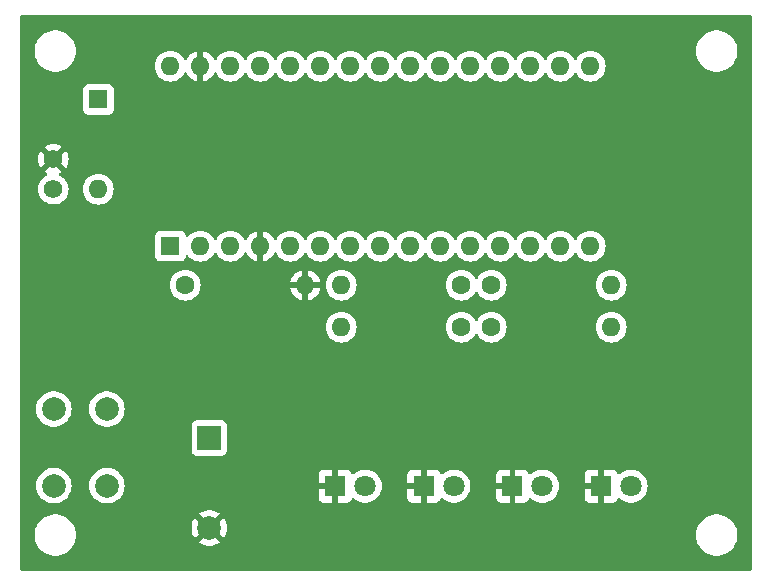
<source format=gbr>
%TF.GenerationSoftware,KiCad,Pcbnew,7.0.1*%
%TF.CreationDate,2024-11-28T00:40:51-08:00*%
%TF.ProjectId,puzzle_room,70757a7a-6c65-45f7-926f-6f6d2e6b6963,rev?*%
%TF.SameCoordinates,Original*%
%TF.FileFunction,Copper,L2,Bot*%
%TF.FilePolarity,Positive*%
%FSLAX46Y46*%
G04 Gerber Fmt 4.6, Leading zero omitted, Abs format (unit mm)*
G04 Created by KiCad (PCBNEW 7.0.1) date 2024-11-28 00:40:51*
%MOMM*%
%LPD*%
G01*
G04 APERTURE LIST*
%TA.AperFunction,ComponentPad*%
%ADD10R,2.000000X2.000000*%
%TD*%
%TA.AperFunction,ComponentPad*%
%ADD11C,2.000000*%
%TD*%
%TA.AperFunction,ComponentPad*%
%ADD12C,1.600000*%
%TD*%
%TA.AperFunction,ComponentPad*%
%ADD13O,1.600000X1.600000*%
%TD*%
%TA.AperFunction,ComponentPad*%
%ADD14C,1.574800*%
%TD*%
%TA.AperFunction,ComponentPad*%
%ADD15R,1.800000X1.800000*%
%TD*%
%TA.AperFunction,ComponentPad*%
%ADD16C,1.800000*%
%TD*%
%TA.AperFunction,ComponentPad*%
%ADD17R,1.600000X1.600000*%
%TD*%
%TA.AperFunction,Conductor*%
%ADD18C,0.250000*%
%TD*%
G04 APERTURE END LIST*
D10*
%TO.P,BZ1,1,-*%
%TO.N,Speaker*%
X129540000Y-66284000D03*
D11*
%TO.P,BZ1,2,+*%
%TO.N,GND*%
X129540000Y-73884000D03*
%TD*%
D12*
%TO.P,R5,1*%
%TO.N,Green*%
X153416000Y-56886000D03*
D13*
%TO.P,R5,2*%
%TO.N,Net-(D4-A)*%
X163576000Y-56886000D03*
%TD*%
D14*
%TO.P,J1,1,1*%
%TO.N,9v_in*%
X116332000Y-45212000D03*
%TO.P,J1,2,2*%
%TO.N,GND*%
X116332000Y-42672000D03*
%TD*%
D15*
%TO.P,D4,1,K*%
%TO.N,GND*%
X162708000Y-70348000D03*
D16*
%TO.P,D4,2,A*%
%TO.N,Net-(D4-A)*%
X165248000Y-70348000D03*
%TD*%
D12*
%TO.P,R1,1*%
%TO.N,button*%
X127508000Y-53330000D03*
D13*
%TO.P,R1,2*%
%TO.N,GND*%
X137668000Y-53330000D03*
%TD*%
D15*
%TO.P,D3,1,K*%
%TO.N,GND*%
X155208000Y-70348000D03*
D16*
%TO.P,D3,2,A*%
%TO.N,Net-(D3-A)*%
X157748000Y-70348000D03*
%TD*%
D15*
%TO.P,D2,1,K*%
%TO.N,GND*%
X147708000Y-70348000D03*
D16*
%TO.P,D2,2,A*%
%TO.N,Net-(D2-A)*%
X150248000Y-70348000D03*
%TD*%
D12*
%TO.P,R3,1*%
%TO.N,Red1*%
X150876000Y-56886000D03*
D13*
%TO.P,R3,2*%
%TO.N,Net-(D2-A)*%
X140716000Y-56886000D03*
%TD*%
D11*
%TO.P,SW1,1,1*%
%TO.N,+5V*%
X116368000Y-70306000D03*
X116368000Y-63806000D03*
%TO.P,SW1,2,2*%
%TO.N,button*%
X120868000Y-70306000D03*
X120868000Y-63806000D03*
%TD*%
D12*
%TO.P,R4,1*%
%TO.N,Yellow*%
X153416000Y-53330000D03*
D13*
%TO.P,R4,2*%
%TO.N,Net-(D3-A)*%
X163576000Y-53330000D03*
%TD*%
D17*
%TO.P,D5,1,K*%
%TO.N,Net-(A1-VIN)*%
X120142000Y-37592000D03*
D13*
%TO.P,D5,2,A*%
%TO.N,9v_in*%
X120142000Y-45212000D03*
%TD*%
D17*
%TO.P,A1,1,D1/TX*%
%TO.N,unconnected-(A1-D1{slash}TX-Pad1)*%
X126238000Y-50028000D03*
D13*
%TO.P,A1,2,D0/RX*%
%TO.N,unconnected-(A1-D0{slash}RX-Pad2)*%
X128778000Y-50028000D03*
%TO.P,A1,3,~{RESET}*%
%TO.N,unconnected-(A1-~{RESET}-Pad3)*%
X131318000Y-50028000D03*
%TO.P,A1,4,GND*%
%TO.N,GND*%
X133858000Y-50028000D03*
%TO.P,A1,5,D2*%
%TO.N,button*%
X136398000Y-50028000D03*
%TO.P,A1,6,D3*%
%TO.N,unconnected-(A1-D3-Pad6)*%
X138938000Y-50028000D03*
%TO.P,A1,7,D4*%
%TO.N,unconnected-(A1-D4-Pad7)*%
X141478000Y-50028000D03*
%TO.P,A1,8,D5*%
%TO.N,Speaker*%
X144018000Y-50028000D03*
%TO.P,A1,9,D6*%
%TO.N,unconnected-(A1-D6-Pad9)*%
X146558000Y-50028000D03*
%TO.P,A1,10,D7*%
%TO.N,unconnected-(A1-D7-Pad10)*%
X149098000Y-50028000D03*
%TO.P,A1,11,D8*%
%TO.N,unconnected-(A1-D8-Pad11)*%
X151638000Y-50028000D03*
%TO.P,A1,12,D9*%
%TO.N,Red2*%
X154178000Y-50028000D03*
%TO.P,A1,13,D10*%
%TO.N,Red1*%
X156718000Y-50028000D03*
%TO.P,A1,14,D11*%
%TO.N,Yellow*%
X159258000Y-50028000D03*
%TO.P,A1,15,D12*%
%TO.N,Green*%
X161798000Y-50028000D03*
%TO.P,A1,16,D13*%
%TO.N,unconnected-(A1-D13-Pad16)*%
X161798000Y-34788000D03*
%TO.P,A1,17,3V3*%
%TO.N,unconnected-(A1-3V3-Pad17)*%
X159258000Y-34788000D03*
%TO.P,A1,18,AREF*%
%TO.N,unconnected-(A1-AREF-Pad18)*%
X156718000Y-34788000D03*
%TO.P,A1,19,A0*%
%TO.N,unconnected-(A1-A0-Pad19)*%
X154178000Y-34788000D03*
%TO.P,A1,20,A1*%
%TO.N,unconnected-(A1-A1-Pad20)*%
X151638000Y-34788000D03*
%TO.P,A1,21,A2*%
%TO.N,unconnected-(A1-A2-Pad21)*%
X149098000Y-34788000D03*
%TO.P,A1,22,A3*%
%TO.N,unconnected-(A1-A3-Pad22)*%
X146558000Y-34788000D03*
%TO.P,A1,23,A4*%
%TO.N,unconnected-(A1-A4-Pad23)*%
X144018000Y-34788000D03*
%TO.P,A1,24,A5*%
%TO.N,unconnected-(A1-A5-Pad24)*%
X141478000Y-34788000D03*
%TO.P,A1,25,A6*%
%TO.N,unconnected-(A1-A6-Pad25)*%
X138938000Y-34788000D03*
%TO.P,A1,26,A7*%
%TO.N,unconnected-(A1-A7-Pad26)*%
X136398000Y-34788000D03*
%TO.P,A1,27,+5V*%
%TO.N,+5V*%
X133858000Y-34788000D03*
%TO.P,A1,28,~{RESET}*%
%TO.N,unconnected-(A1-~{RESET}-Pad28)*%
X131318000Y-34788000D03*
%TO.P,A1,29,GND*%
%TO.N,GND*%
X128778000Y-34788000D03*
%TO.P,A1,30,VIN*%
%TO.N,Net-(A1-VIN)*%
X126238000Y-34788000D03*
%TD*%
D12*
%TO.P,R2,1*%
%TO.N,Red2*%
X150876000Y-53330000D03*
D13*
%TO.P,R2,2*%
%TO.N,Net-(D1-A)*%
X140716000Y-53330000D03*
%TD*%
D15*
%TO.P,D1,1,K*%
%TO.N,GND*%
X140208000Y-70348000D03*
D16*
%TO.P,D1,2,A*%
%TO.N,Net-(D1-A)*%
X142748000Y-70348000D03*
%TD*%
D18*
%TO.N,GND*%
X134366000Y-50028000D02*
X133858000Y-50028000D01*
%TD*%
%TA.AperFunction,Conductor*%
%TO.N,GND*%
G36*
X175437500Y-30517113D02*
G01*
X175482887Y-30562500D01*
X175499500Y-30624500D01*
X175499500Y-77375500D01*
X175482887Y-77437500D01*
X175437500Y-77482887D01*
X175375500Y-77499500D01*
X113624500Y-77499500D01*
X113562500Y-77482887D01*
X113517113Y-77437500D01*
X113500500Y-77375500D01*
X113500500Y-74499999D01*
X114744591Y-74499999D01*
X114764197Y-74761627D01*
X114822580Y-75017418D01*
X114872281Y-75144053D01*
X114918432Y-75261643D01*
X115049614Y-75488857D01*
X115213195Y-75693981D01*
X115213197Y-75693983D01*
X115213198Y-75693984D01*
X115405514Y-75872428D01*
X115405520Y-75872432D01*
X115405521Y-75872433D01*
X115622296Y-76020228D01*
X115858677Y-76134063D01*
X116109385Y-76211396D01*
X116368818Y-76250500D01*
X116631182Y-76250500D01*
X116890615Y-76211396D01*
X117141323Y-76134063D01*
X117377704Y-76020228D01*
X117594479Y-75872433D01*
X117594482Y-75872429D01*
X117594485Y-75872428D01*
X117679792Y-75793273D01*
X117786805Y-75693981D01*
X117950386Y-75488857D01*
X118081568Y-75261643D01*
X118142021Y-75107610D01*
X128669942Y-75107610D01*
X128716766Y-75144055D01*
X128935393Y-75262368D01*
X129170506Y-75343083D01*
X129415707Y-75384000D01*
X129664293Y-75384000D01*
X129909493Y-75343083D01*
X130144606Y-75262368D01*
X130363233Y-75144053D01*
X130410056Y-75107609D01*
X129540000Y-74237553D01*
X128669942Y-75107609D01*
X128669942Y-75107610D01*
X118142021Y-75107610D01*
X118177420Y-75017416D01*
X118235802Y-74761630D01*
X118255408Y-74500000D01*
X118235802Y-74238370D01*
X118177420Y-73982584D01*
X118138729Y-73884000D01*
X128034858Y-73884000D01*
X128055386Y-74131732D01*
X128116413Y-74372721D01*
X128216268Y-74600370D01*
X128316563Y-74753882D01*
X128316564Y-74753882D01*
X129186447Y-73884001D01*
X129893553Y-73884001D01*
X130763434Y-74753882D01*
X130863730Y-74600369D01*
X130907757Y-74499999D01*
X170744591Y-74499999D01*
X170764197Y-74761627D01*
X170822580Y-75017418D01*
X170872281Y-75144053D01*
X170918432Y-75261643D01*
X171049614Y-75488857D01*
X171213195Y-75693981D01*
X171213197Y-75693983D01*
X171213198Y-75693984D01*
X171405514Y-75872428D01*
X171405520Y-75872432D01*
X171405521Y-75872433D01*
X171622296Y-76020228D01*
X171858677Y-76134063D01*
X172109385Y-76211396D01*
X172368818Y-76250500D01*
X172631182Y-76250500D01*
X172890615Y-76211396D01*
X173141323Y-76134063D01*
X173377704Y-76020228D01*
X173594479Y-75872433D01*
X173594482Y-75872429D01*
X173594485Y-75872428D01*
X173679792Y-75793273D01*
X173786805Y-75693981D01*
X173950386Y-75488857D01*
X174081568Y-75261643D01*
X174177420Y-75017416D01*
X174235802Y-74761630D01*
X174255408Y-74500000D01*
X174235802Y-74238370D01*
X174177420Y-73982584D01*
X174081568Y-73738357D01*
X173950386Y-73511143D01*
X173786805Y-73306019D01*
X173786801Y-73306015D01*
X173594485Y-73127571D01*
X173577170Y-73115766D01*
X173377704Y-72979772D01*
X173141323Y-72865937D01*
X172890615Y-72788604D01*
X172631182Y-72749500D01*
X172368818Y-72749500D01*
X172109385Y-72788604D01*
X171858677Y-72865937D01*
X171622296Y-72979772D01*
X171614791Y-72984889D01*
X171405514Y-73127571D01*
X171213198Y-73306015D01*
X171049613Y-73511143D01*
X170918431Y-73738358D01*
X170822580Y-73982581D01*
X170764197Y-74238372D01*
X170744591Y-74499999D01*
X130907757Y-74499999D01*
X130963586Y-74372721D01*
X131024613Y-74131732D01*
X131045141Y-73884000D01*
X131024613Y-73636267D01*
X130963586Y-73395278D01*
X130863730Y-73167630D01*
X130763434Y-73014116D01*
X129893553Y-73884000D01*
X129893553Y-73884001D01*
X129186447Y-73884001D01*
X129186447Y-73884000D01*
X128316564Y-73014116D01*
X128216266Y-73167634D01*
X128116413Y-73395278D01*
X128055386Y-73636267D01*
X128034858Y-73884000D01*
X118138729Y-73884000D01*
X118081568Y-73738357D01*
X117950386Y-73511143D01*
X117786805Y-73306019D01*
X117786801Y-73306015D01*
X117594485Y-73127571D01*
X117577170Y-73115766D01*
X117377704Y-72979772D01*
X117141323Y-72865937D01*
X116890615Y-72788604D01*
X116631182Y-72749500D01*
X116368818Y-72749500D01*
X116109385Y-72788604D01*
X115858677Y-72865937D01*
X115622296Y-72979772D01*
X115614791Y-72984889D01*
X115405514Y-73127571D01*
X115213198Y-73306015D01*
X115049613Y-73511143D01*
X114918431Y-73738358D01*
X114822580Y-73982581D01*
X114764197Y-74238372D01*
X114744591Y-74499999D01*
X113500500Y-74499999D01*
X113500500Y-72660390D01*
X128669942Y-72660390D01*
X129540000Y-73530447D01*
X129540001Y-73530447D01*
X130410057Y-72660390D01*
X130410056Y-72660388D01*
X130363235Y-72623947D01*
X130144606Y-72505631D01*
X129909493Y-72424916D01*
X129664293Y-72384000D01*
X129415707Y-72384000D01*
X129170506Y-72424916D01*
X128935393Y-72505631D01*
X128716764Y-72623946D01*
X128669942Y-72660388D01*
X128669942Y-72660390D01*
X113500500Y-72660390D01*
X113500500Y-70306000D01*
X114862356Y-70306000D01*
X114882891Y-70553816D01*
X114882891Y-70553819D01*
X114882892Y-70553821D01*
X114943937Y-70794881D01*
X114948069Y-70804300D01*
X115043825Y-71022604D01*
X115043827Y-71022607D01*
X115179836Y-71230785D01*
X115348256Y-71413738D01*
X115348259Y-71413740D01*
X115544485Y-71566470D01*
X115544487Y-71566471D01*
X115544491Y-71566474D01*
X115763190Y-71684828D01*
X115998386Y-71765571D01*
X116243665Y-71806500D01*
X116492335Y-71806500D01*
X116737614Y-71765571D01*
X116972810Y-71684828D01*
X117191509Y-71566474D01*
X117387744Y-71413738D01*
X117556164Y-71230785D01*
X117692173Y-71022607D01*
X117792063Y-70794881D01*
X117853108Y-70553821D01*
X117873643Y-70306000D01*
X119362356Y-70306000D01*
X119382891Y-70553816D01*
X119382891Y-70553819D01*
X119382892Y-70553821D01*
X119443937Y-70794881D01*
X119448069Y-70804300D01*
X119543825Y-71022604D01*
X119543827Y-71022607D01*
X119679836Y-71230785D01*
X119848256Y-71413738D01*
X119848259Y-71413740D01*
X120044485Y-71566470D01*
X120044487Y-71566471D01*
X120044491Y-71566474D01*
X120263190Y-71684828D01*
X120498386Y-71765571D01*
X120743665Y-71806500D01*
X120992335Y-71806500D01*
X121237614Y-71765571D01*
X121472810Y-71684828D01*
X121691509Y-71566474D01*
X121887744Y-71413738D01*
X122056164Y-71230785D01*
X122192173Y-71022607D01*
X122292063Y-70794881D01*
X122341920Y-70598000D01*
X138808000Y-70598000D01*
X138808000Y-71295824D01*
X138814402Y-71355375D01*
X138864647Y-71490089D01*
X138950811Y-71605188D01*
X139065910Y-71691352D01*
X139200624Y-71741597D01*
X139260176Y-71748000D01*
X139958000Y-71748000D01*
X140458000Y-71748000D01*
X141155824Y-71748000D01*
X141215375Y-71741597D01*
X141350089Y-71691352D01*
X141465188Y-71605188D01*
X141551352Y-71490088D01*
X141580075Y-71413080D01*
X141616027Y-71361866D01*
X141672409Y-71334728D01*
X141734864Y-71338576D01*
X141787487Y-71372431D01*
X141796212Y-71381910D01*
X141796215Y-71381912D01*
X141796216Y-71381913D01*
X141979374Y-71524470D01*
X142183497Y-71634936D01*
X142293257Y-71672616D01*
X142403015Y-71710297D01*
X142403017Y-71710297D01*
X142403019Y-71710298D01*
X142631951Y-71748500D01*
X142864048Y-71748500D01*
X142864049Y-71748500D01*
X143092981Y-71710298D01*
X143312503Y-71634936D01*
X143516626Y-71524470D01*
X143699784Y-71381913D01*
X143856979Y-71211153D01*
X143983924Y-71016849D01*
X144077157Y-70804300D01*
X144129400Y-70598000D01*
X146308000Y-70598000D01*
X146308000Y-71295824D01*
X146314402Y-71355375D01*
X146364647Y-71490089D01*
X146450811Y-71605188D01*
X146565910Y-71691352D01*
X146700624Y-71741597D01*
X146760176Y-71748000D01*
X147458000Y-71748000D01*
X147958000Y-71748000D01*
X148655824Y-71748000D01*
X148715375Y-71741597D01*
X148850089Y-71691352D01*
X148965188Y-71605188D01*
X149051352Y-71490088D01*
X149080075Y-71413080D01*
X149116027Y-71361866D01*
X149172409Y-71334728D01*
X149234864Y-71338576D01*
X149287487Y-71372431D01*
X149296212Y-71381910D01*
X149296215Y-71381912D01*
X149296216Y-71381913D01*
X149479374Y-71524470D01*
X149683497Y-71634936D01*
X149793257Y-71672616D01*
X149903015Y-71710297D01*
X149903017Y-71710297D01*
X149903019Y-71710298D01*
X150131951Y-71748500D01*
X150364048Y-71748500D01*
X150364049Y-71748500D01*
X150592981Y-71710298D01*
X150812503Y-71634936D01*
X151016626Y-71524470D01*
X151199784Y-71381913D01*
X151356979Y-71211153D01*
X151483924Y-71016849D01*
X151577157Y-70804300D01*
X151629400Y-70598000D01*
X153808000Y-70598000D01*
X153808000Y-71295824D01*
X153814402Y-71355375D01*
X153864647Y-71490089D01*
X153950811Y-71605188D01*
X154065910Y-71691352D01*
X154200624Y-71741597D01*
X154260176Y-71748000D01*
X154958000Y-71748000D01*
X155458000Y-71748000D01*
X156155824Y-71748000D01*
X156215375Y-71741597D01*
X156350089Y-71691352D01*
X156465188Y-71605188D01*
X156551352Y-71490088D01*
X156580075Y-71413080D01*
X156616027Y-71361866D01*
X156672409Y-71334728D01*
X156734864Y-71338576D01*
X156787487Y-71372431D01*
X156796212Y-71381910D01*
X156796215Y-71381912D01*
X156796216Y-71381913D01*
X156979374Y-71524470D01*
X157183497Y-71634936D01*
X157293257Y-71672616D01*
X157403015Y-71710297D01*
X157403017Y-71710297D01*
X157403019Y-71710298D01*
X157631951Y-71748500D01*
X157864048Y-71748500D01*
X157864049Y-71748500D01*
X158092981Y-71710298D01*
X158312503Y-71634936D01*
X158516626Y-71524470D01*
X158699784Y-71381913D01*
X158856979Y-71211153D01*
X158983924Y-71016849D01*
X159077157Y-70804300D01*
X159129400Y-70598000D01*
X161308000Y-70598000D01*
X161308000Y-71295824D01*
X161314402Y-71355375D01*
X161364647Y-71490089D01*
X161450811Y-71605188D01*
X161565910Y-71691352D01*
X161700624Y-71741597D01*
X161760176Y-71748000D01*
X162458000Y-71748000D01*
X162958000Y-71748000D01*
X163655824Y-71748000D01*
X163715375Y-71741597D01*
X163850089Y-71691352D01*
X163965188Y-71605188D01*
X164051352Y-71490088D01*
X164080075Y-71413080D01*
X164116027Y-71361866D01*
X164172409Y-71334728D01*
X164234864Y-71338576D01*
X164287487Y-71372431D01*
X164296212Y-71381910D01*
X164296215Y-71381912D01*
X164296216Y-71381913D01*
X164479374Y-71524470D01*
X164683497Y-71634936D01*
X164793257Y-71672616D01*
X164903015Y-71710297D01*
X164903017Y-71710297D01*
X164903019Y-71710298D01*
X165131951Y-71748500D01*
X165364048Y-71748500D01*
X165364049Y-71748500D01*
X165592981Y-71710298D01*
X165812503Y-71634936D01*
X166016626Y-71524470D01*
X166199784Y-71381913D01*
X166356979Y-71211153D01*
X166483924Y-71016849D01*
X166577157Y-70804300D01*
X166634134Y-70579305D01*
X166653300Y-70348000D01*
X166634134Y-70116695D01*
X166577157Y-69891700D01*
X166483924Y-69679151D01*
X166356979Y-69484847D01*
X166199784Y-69314087D01*
X166016626Y-69171530D01*
X165812503Y-69061064D01*
X165812499Y-69061062D01*
X165812498Y-69061062D01*
X165592984Y-68985702D01*
X165405410Y-68954402D01*
X165364049Y-68947500D01*
X165131951Y-68947500D01*
X165090590Y-68954402D01*
X164903015Y-68985702D01*
X164683501Y-69061062D01*
X164683497Y-69061063D01*
X164683497Y-69061064D01*
X164547415Y-69134707D01*
X164479372Y-69171531D01*
X164296214Y-69314088D01*
X164287485Y-69323571D01*
X164234861Y-69357424D01*
X164172407Y-69361271D01*
X164116026Y-69334133D01*
X164080075Y-69282919D01*
X164051352Y-69205911D01*
X163965188Y-69090811D01*
X163850089Y-69004647D01*
X163715375Y-68954402D01*
X163655824Y-68948000D01*
X162958000Y-68948000D01*
X162958000Y-71748000D01*
X162458000Y-71748000D01*
X162458000Y-70598000D01*
X161308000Y-70598000D01*
X159129400Y-70598000D01*
X159134134Y-70579305D01*
X159153300Y-70348000D01*
X159134134Y-70116695D01*
X159129400Y-70098000D01*
X161308000Y-70098000D01*
X162458000Y-70098000D01*
X162458000Y-68948000D01*
X161760176Y-68948000D01*
X161700624Y-68954402D01*
X161565910Y-69004647D01*
X161450811Y-69090811D01*
X161364647Y-69205910D01*
X161314402Y-69340624D01*
X161308000Y-69400176D01*
X161308000Y-70098000D01*
X159129400Y-70098000D01*
X159077157Y-69891700D01*
X158983924Y-69679151D01*
X158856979Y-69484847D01*
X158699784Y-69314087D01*
X158516626Y-69171530D01*
X158312503Y-69061064D01*
X158312499Y-69061062D01*
X158312498Y-69061062D01*
X158092984Y-68985702D01*
X157905410Y-68954402D01*
X157864049Y-68947500D01*
X157631951Y-68947500D01*
X157590590Y-68954402D01*
X157403015Y-68985702D01*
X157183501Y-69061062D01*
X157183497Y-69061063D01*
X157183497Y-69061064D01*
X157047415Y-69134707D01*
X156979372Y-69171531D01*
X156796214Y-69314088D01*
X156787485Y-69323571D01*
X156734861Y-69357424D01*
X156672407Y-69361271D01*
X156616026Y-69334133D01*
X156580075Y-69282919D01*
X156551352Y-69205911D01*
X156465188Y-69090811D01*
X156350089Y-69004647D01*
X156215375Y-68954402D01*
X156155824Y-68948000D01*
X155458000Y-68948000D01*
X155458000Y-71748000D01*
X154958000Y-71748000D01*
X154958000Y-70598000D01*
X153808000Y-70598000D01*
X151629400Y-70598000D01*
X151634134Y-70579305D01*
X151653300Y-70348000D01*
X151634134Y-70116695D01*
X151629400Y-70098000D01*
X153808000Y-70098000D01*
X154958000Y-70098000D01*
X154958000Y-68948000D01*
X154260176Y-68948000D01*
X154200624Y-68954402D01*
X154065910Y-69004647D01*
X153950811Y-69090811D01*
X153864647Y-69205910D01*
X153814402Y-69340624D01*
X153808000Y-69400176D01*
X153808000Y-70098000D01*
X151629400Y-70098000D01*
X151577157Y-69891700D01*
X151483924Y-69679151D01*
X151356979Y-69484847D01*
X151199784Y-69314087D01*
X151016626Y-69171530D01*
X150812503Y-69061064D01*
X150812499Y-69061062D01*
X150812498Y-69061062D01*
X150592984Y-68985702D01*
X150405410Y-68954402D01*
X150364049Y-68947500D01*
X150131951Y-68947500D01*
X150090590Y-68954402D01*
X149903015Y-68985702D01*
X149683501Y-69061062D01*
X149683497Y-69061063D01*
X149683497Y-69061064D01*
X149547415Y-69134707D01*
X149479372Y-69171531D01*
X149296214Y-69314088D01*
X149287485Y-69323571D01*
X149234861Y-69357424D01*
X149172407Y-69361271D01*
X149116026Y-69334133D01*
X149080075Y-69282919D01*
X149051352Y-69205911D01*
X148965188Y-69090811D01*
X148850089Y-69004647D01*
X148715375Y-68954402D01*
X148655824Y-68948000D01*
X147958000Y-68948000D01*
X147958000Y-71748000D01*
X147458000Y-71748000D01*
X147458000Y-70598000D01*
X146308000Y-70598000D01*
X144129400Y-70598000D01*
X144134134Y-70579305D01*
X144153300Y-70348000D01*
X144134134Y-70116695D01*
X144129400Y-70098000D01*
X146308000Y-70098000D01*
X147458000Y-70098000D01*
X147458000Y-68948000D01*
X146760176Y-68948000D01*
X146700624Y-68954402D01*
X146565910Y-69004647D01*
X146450811Y-69090811D01*
X146364647Y-69205910D01*
X146314402Y-69340624D01*
X146308000Y-69400176D01*
X146308000Y-70098000D01*
X144129400Y-70098000D01*
X144077157Y-69891700D01*
X143983924Y-69679151D01*
X143856979Y-69484847D01*
X143699784Y-69314087D01*
X143516626Y-69171530D01*
X143312503Y-69061064D01*
X143312499Y-69061062D01*
X143312498Y-69061062D01*
X143092984Y-68985702D01*
X142905410Y-68954402D01*
X142864049Y-68947500D01*
X142631951Y-68947500D01*
X142590590Y-68954402D01*
X142403015Y-68985702D01*
X142183501Y-69061062D01*
X142183497Y-69061063D01*
X142183497Y-69061064D01*
X142047415Y-69134707D01*
X141979372Y-69171531D01*
X141796214Y-69314088D01*
X141787485Y-69323571D01*
X141734861Y-69357424D01*
X141672407Y-69361271D01*
X141616026Y-69334133D01*
X141580075Y-69282919D01*
X141551352Y-69205911D01*
X141465188Y-69090811D01*
X141350089Y-69004647D01*
X141215375Y-68954402D01*
X141155824Y-68948000D01*
X140458000Y-68948000D01*
X140458000Y-71748000D01*
X139958000Y-71748000D01*
X139958000Y-70598000D01*
X138808000Y-70598000D01*
X122341920Y-70598000D01*
X122353108Y-70553821D01*
X122373643Y-70306000D01*
X122356408Y-70098000D01*
X138808000Y-70098000D01*
X139958000Y-70098000D01*
X139958000Y-68948000D01*
X139260176Y-68948000D01*
X139200624Y-68954402D01*
X139065910Y-69004647D01*
X138950811Y-69090811D01*
X138864647Y-69205910D01*
X138814402Y-69340624D01*
X138808000Y-69400176D01*
X138808000Y-70098000D01*
X122356408Y-70098000D01*
X122353108Y-70058179D01*
X122292063Y-69817119D01*
X122192173Y-69589393D01*
X122056164Y-69381215D01*
X121887744Y-69198262D01*
X121853399Y-69171530D01*
X121691514Y-69045529D01*
X121691510Y-69045526D01*
X121691509Y-69045526D01*
X121472810Y-68927172D01*
X121472806Y-68927170D01*
X121472805Y-68927170D01*
X121237615Y-68846429D01*
X120992335Y-68805500D01*
X120743665Y-68805500D01*
X120498384Y-68846429D01*
X120263194Y-68927170D01*
X120263190Y-68927171D01*
X120263190Y-68927172D01*
X120175710Y-68974513D01*
X120044485Y-69045529D01*
X119848259Y-69198259D01*
X119679837Y-69381214D01*
X119543825Y-69589395D01*
X119504455Y-69679151D01*
X119443937Y-69817119D01*
X119382892Y-70058179D01*
X119382891Y-70058183D01*
X119362356Y-70306000D01*
X117873643Y-70306000D01*
X117853108Y-70058179D01*
X117792063Y-69817119D01*
X117692173Y-69589393D01*
X117556164Y-69381215D01*
X117387744Y-69198262D01*
X117353399Y-69171530D01*
X117191514Y-69045529D01*
X117191510Y-69045526D01*
X117191509Y-69045526D01*
X116972810Y-68927172D01*
X116972806Y-68927170D01*
X116972805Y-68927170D01*
X116737615Y-68846429D01*
X116492335Y-68805500D01*
X116243665Y-68805500D01*
X115998384Y-68846429D01*
X115763194Y-68927170D01*
X115763190Y-68927171D01*
X115763190Y-68927172D01*
X115675710Y-68974513D01*
X115544485Y-69045529D01*
X115348259Y-69198259D01*
X115179837Y-69381214D01*
X115043825Y-69589395D01*
X115004455Y-69679151D01*
X114943937Y-69817119D01*
X114882892Y-70058179D01*
X114882891Y-70058183D01*
X114862356Y-70306000D01*
X113500500Y-70306000D01*
X113500500Y-67331869D01*
X128039500Y-67331869D01*
X128045909Y-67391483D01*
X128096204Y-67526331D01*
X128182454Y-67641546D01*
X128297669Y-67727796D01*
X128432517Y-67778091D01*
X128492127Y-67784500D01*
X130587872Y-67784499D01*
X130647483Y-67778091D01*
X130782331Y-67727796D01*
X130897546Y-67641546D01*
X130983796Y-67526331D01*
X131034091Y-67391483D01*
X131040500Y-67331873D01*
X131040499Y-65236128D01*
X131034091Y-65176517D01*
X130983796Y-65041669D01*
X130897546Y-64926454D01*
X130782331Y-64840204D01*
X130647483Y-64789909D01*
X130587873Y-64783500D01*
X130587869Y-64783500D01*
X128492130Y-64783500D01*
X128432515Y-64789909D01*
X128297669Y-64840204D01*
X128182454Y-64926454D01*
X128096204Y-65041668D01*
X128045909Y-65176516D01*
X128039500Y-65236130D01*
X128039500Y-67331869D01*
X113500500Y-67331869D01*
X113500500Y-63805999D01*
X114862356Y-63805999D01*
X114882891Y-64053816D01*
X114882891Y-64053819D01*
X114882892Y-64053821D01*
X114943937Y-64294881D01*
X114988960Y-64397523D01*
X115043825Y-64522604D01*
X115043827Y-64522607D01*
X115179836Y-64730785D01*
X115348256Y-64913738D01*
X115413667Y-64964649D01*
X115544485Y-65066470D01*
X115544487Y-65066471D01*
X115544491Y-65066474D01*
X115763190Y-65184828D01*
X115998386Y-65265571D01*
X116243665Y-65306500D01*
X116492335Y-65306500D01*
X116737614Y-65265571D01*
X116972810Y-65184828D01*
X117191509Y-65066474D01*
X117387744Y-64913738D01*
X117556164Y-64730785D01*
X117692173Y-64522607D01*
X117792063Y-64294881D01*
X117853108Y-64053821D01*
X117873643Y-63806000D01*
X117873643Y-63805999D01*
X119362356Y-63805999D01*
X119382891Y-64053816D01*
X119382891Y-64053819D01*
X119382892Y-64053821D01*
X119443937Y-64294881D01*
X119488960Y-64397523D01*
X119543825Y-64522604D01*
X119543827Y-64522607D01*
X119679836Y-64730785D01*
X119848256Y-64913738D01*
X119913667Y-64964649D01*
X120044485Y-65066470D01*
X120044487Y-65066471D01*
X120044491Y-65066474D01*
X120263190Y-65184828D01*
X120498386Y-65265571D01*
X120743665Y-65306500D01*
X120992335Y-65306500D01*
X121237614Y-65265571D01*
X121472810Y-65184828D01*
X121691509Y-65066474D01*
X121887744Y-64913738D01*
X122056164Y-64730785D01*
X122192173Y-64522607D01*
X122292063Y-64294881D01*
X122353108Y-64053821D01*
X122373643Y-63806000D01*
X122353108Y-63558179D01*
X122292063Y-63317119D01*
X122192173Y-63089393D01*
X122056164Y-62881215D01*
X121887744Y-62698262D01*
X121865612Y-62681036D01*
X121691514Y-62545529D01*
X121691510Y-62545526D01*
X121691509Y-62545526D01*
X121472810Y-62427172D01*
X121472806Y-62427170D01*
X121472805Y-62427170D01*
X121237615Y-62346429D01*
X120992335Y-62305500D01*
X120743665Y-62305500D01*
X120498384Y-62346429D01*
X120263194Y-62427170D01*
X120044485Y-62545529D01*
X119848259Y-62698259D01*
X119679837Y-62881214D01*
X119543825Y-63089395D01*
X119443938Y-63317117D01*
X119382891Y-63558183D01*
X119362356Y-63805999D01*
X117873643Y-63805999D01*
X117853108Y-63558179D01*
X117792063Y-63317119D01*
X117692173Y-63089393D01*
X117556164Y-62881215D01*
X117387744Y-62698262D01*
X117365612Y-62681036D01*
X117191514Y-62545529D01*
X117191510Y-62545526D01*
X117191509Y-62545526D01*
X116972810Y-62427172D01*
X116972806Y-62427170D01*
X116972805Y-62427170D01*
X116737615Y-62346429D01*
X116492335Y-62305500D01*
X116243665Y-62305500D01*
X115998384Y-62346429D01*
X115763194Y-62427170D01*
X115544485Y-62545529D01*
X115348259Y-62698259D01*
X115179837Y-62881214D01*
X115043825Y-63089395D01*
X114943938Y-63317117D01*
X114882891Y-63558183D01*
X114862356Y-63805999D01*
X113500500Y-63805999D01*
X113500500Y-56886000D01*
X139410531Y-56886000D01*
X139430364Y-57112689D01*
X139489261Y-57332497D01*
X139585432Y-57538735D01*
X139715953Y-57725140D01*
X139876859Y-57886046D01*
X140063264Y-58016567D01*
X140063265Y-58016567D01*
X140063266Y-58016568D01*
X140269504Y-58112739D01*
X140489308Y-58171635D01*
X140716000Y-58191468D01*
X140942692Y-58171635D01*
X141162496Y-58112739D01*
X141368734Y-58016568D01*
X141555139Y-57886047D01*
X141716047Y-57725139D01*
X141846568Y-57538734D01*
X141942739Y-57332496D01*
X142001635Y-57112692D01*
X142021468Y-56886000D01*
X149570531Y-56886000D01*
X149590364Y-57112689D01*
X149649261Y-57332497D01*
X149745432Y-57538735D01*
X149875953Y-57725140D01*
X150036859Y-57886046D01*
X150223264Y-58016567D01*
X150223265Y-58016567D01*
X150223266Y-58016568D01*
X150429504Y-58112739D01*
X150649308Y-58171635D01*
X150876000Y-58191468D01*
X151102692Y-58171635D01*
X151322496Y-58112739D01*
X151528734Y-58016568D01*
X151715139Y-57886047D01*
X151876047Y-57725139D01*
X152006568Y-57538734D01*
X152033618Y-57480724D01*
X152079375Y-57428549D01*
X152146000Y-57409129D01*
X152212625Y-57428549D01*
X152258382Y-57480725D01*
X152285431Y-57538733D01*
X152415953Y-57725140D01*
X152576859Y-57886046D01*
X152763264Y-58016567D01*
X152763265Y-58016567D01*
X152763266Y-58016568D01*
X152969504Y-58112739D01*
X153189308Y-58171635D01*
X153416000Y-58191468D01*
X153642692Y-58171635D01*
X153862496Y-58112739D01*
X154068734Y-58016568D01*
X154255139Y-57886047D01*
X154416047Y-57725139D01*
X154546568Y-57538734D01*
X154642739Y-57332496D01*
X154701635Y-57112692D01*
X154721468Y-56886000D01*
X162270531Y-56886000D01*
X162290364Y-57112689D01*
X162349261Y-57332497D01*
X162445432Y-57538735D01*
X162575953Y-57725140D01*
X162736859Y-57886046D01*
X162923264Y-58016567D01*
X162923265Y-58016567D01*
X162923266Y-58016568D01*
X163129504Y-58112739D01*
X163349308Y-58171635D01*
X163576000Y-58191468D01*
X163802692Y-58171635D01*
X164022496Y-58112739D01*
X164228734Y-58016568D01*
X164415139Y-57886047D01*
X164576047Y-57725139D01*
X164706568Y-57538734D01*
X164802739Y-57332496D01*
X164861635Y-57112692D01*
X164881468Y-56886000D01*
X164861635Y-56659308D01*
X164802739Y-56439504D01*
X164706568Y-56233266D01*
X164576047Y-56046861D01*
X164576046Y-56046859D01*
X164415140Y-55885953D01*
X164228735Y-55755432D01*
X164022497Y-55659261D01*
X163802689Y-55600364D01*
X163576000Y-55580531D01*
X163349310Y-55600364D01*
X163129502Y-55659261D01*
X162923264Y-55755432D01*
X162736859Y-55885953D01*
X162575953Y-56046859D01*
X162445432Y-56233264D01*
X162349261Y-56439502D01*
X162290364Y-56659310D01*
X162270531Y-56886000D01*
X154721468Y-56886000D01*
X154701635Y-56659308D01*
X154642739Y-56439504D01*
X154546568Y-56233266D01*
X154416047Y-56046861D01*
X154416046Y-56046859D01*
X154255140Y-55885953D01*
X154068735Y-55755432D01*
X153862497Y-55659261D01*
X153642689Y-55600364D01*
X153416000Y-55580531D01*
X153189310Y-55600364D01*
X152969502Y-55659261D01*
X152763264Y-55755432D01*
X152576859Y-55885953D01*
X152415953Y-56046859D01*
X152285433Y-56233263D01*
X152258382Y-56291275D01*
X152212625Y-56343450D01*
X152146000Y-56362869D01*
X152079375Y-56343450D01*
X152033618Y-56291275D01*
X152006568Y-56233266D01*
X151876047Y-56046861D01*
X151876046Y-56046859D01*
X151715140Y-55885953D01*
X151528735Y-55755432D01*
X151322497Y-55659261D01*
X151102689Y-55600364D01*
X150876000Y-55580531D01*
X150649310Y-55600364D01*
X150429502Y-55659261D01*
X150223264Y-55755432D01*
X150036859Y-55885953D01*
X149875953Y-56046859D01*
X149745432Y-56233264D01*
X149649261Y-56439502D01*
X149590364Y-56659310D01*
X149570531Y-56886000D01*
X142021468Y-56886000D01*
X142001635Y-56659308D01*
X141942739Y-56439504D01*
X141846568Y-56233266D01*
X141716047Y-56046861D01*
X141716046Y-56046859D01*
X141555140Y-55885953D01*
X141368735Y-55755432D01*
X141162497Y-55659261D01*
X140942689Y-55600364D01*
X140716000Y-55580531D01*
X140489310Y-55600364D01*
X140269502Y-55659261D01*
X140063264Y-55755432D01*
X139876859Y-55885953D01*
X139715953Y-56046859D01*
X139585432Y-56233264D01*
X139489261Y-56439502D01*
X139430364Y-56659310D01*
X139410531Y-56886000D01*
X113500500Y-56886000D01*
X113500500Y-53329999D01*
X126202531Y-53329999D01*
X126222364Y-53556689D01*
X126281261Y-53776497D01*
X126377432Y-53982735D01*
X126507953Y-54169140D01*
X126668859Y-54330046D01*
X126855264Y-54460567D01*
X126855265Y-54460567D01*
X126855266Y-54460568D01*
X127061504Y-54556739D01*
X127281308Y-54615635D01*
X127508000Y-54635468D01*
X127734692Y-54615635D01*
X127954496Y-54556739D01*
X128160734Y-54460568D01*
X128347139Y-54330047D01*
X128508047Y-54169139D01*
X128638568Y-53982734D01*
X128734739Y-53776496D01*
X128787390Y-53580000D01*
X136389128Y-53580000D01*
X136441733Y-53776326D01*
X136537865Y-53982480D01*
X136668341Y-54168819D01*
X136829180Y-54329658D01*
X137015519Y-54460134D01*
X137221673Y-54556266D01*
X137417999Y-54608871D01*
X137418000Y-54608872D01*
X137418000Y-53580000D01*
X137918000Y-53580000D01*
X137918000Y-54608871D01*
X138114326Y-54556266D01*
X138320480Y-54460134D01*
X138506819Y-54329658D01*
X138667658Y-54168819D01*
X138798134Y-53982480D01*
X138894266Y-53776326D01*
X138946872Y-53580000D01*
X137918000Y-53580000D01*
X137418000Y-53580000D01*
X136389128Y-53580000D01*
X128787390Y-53580000D01*
X128793635Y-53556692D01*
X128813468Y-53330000D01*
X128813468Y-53329999D01*
X139410531Y-53329999D01*
X139430364Y-53556689D01*
X139489261Y-53776497D01*
X139585432Y-53982735D01*
X139715953Y-54169140D01*
X139876859Y-54330046D01*
X140063264Y-54460567D01*
X140063265Y-54460567D01*
X140063266Y-54460568D01*
X140269504Y-54556739D01*
X140489308Y-54615635D01*
X140716000Y-54635468D01*
X140942692Y-54615635D01*
X141162496Y-54556739D01*
X141368734Y-54460568D01*
X141555139Y-54330047D01*
X141716047Y-54169139D01*
X141846568Y-53982734D01*
X141942739Y-53776496D01*
X142001635Y-53556692D01*
X142021468Y-53330000D01*
X142021468Y-53329999D01*
X149570531Y-53329999D01*
X149590364Y-53556689D01*
X149649261Y-53776497D01*
X149745432Y-53982735D01*
X149875953Y-54169140D01*
X150036859Y-54330046D01*
X150223264Y-54460567D01*
X150223265Y-54460567D01*
X150223266Y-54460568D01*
X150429504Y-54556739D01*
X150649308Y-54615635D01*
X150876000Y-54635468D01*
X151102692Y-54615635D01*
X151322496Y-54556739D01*
X151528734Y-54460568D01*
X151715139Y-54330047D01*
X151876047Y-54169139D01*
X152006568Y-53982734D01*
X152033618Y-53924724D01*
X152079375Y-53872549D01*
X152146000Y-53853129D01*
X152212625Y-53872549D01*
X152258382Y-53924725D01*
X152285431Y-53982733D01*
X152415953Y-54169140D01*
X152576859Y-54330046D01*
X152763264Y-54460567D01*
X152763265Y-54460567D01*
X152763266Y-54460568D01*
X152969504Y-54556739D01*
X153189308Y-54615635D01*
X153416000Y-54635468D01*
X153642692Y-54615635D01*
X153862496Y-54556739D01*
X154068734Y-54460568D01*
X154255139Y-54330047D01*
X154416047Y-54169139D01*
X154546568Y-53982734D01*
X154642739Y-53776496D01*
X154701635Y-53556692D01*
X154721468Y-53330000D01*
X154721468Y-53329999D01*
X162270531Y-53329999D01*
X162290364Y-53556689D01*
X162349261Y-53776497D01*
X162445432Y-53982735D01*
X162575953Y-54169140D01*
X162736859Y-54330046D01*
X162923264Y-54460567D01*
X162923265Y-54460567D01*
X162923266Y-54460568D01*
X163129504Y-54556739D01*
X163349308Y-54615635D01*
X163576000Y-54635468D01*
X163802692Y-54615635D01*
X164022496Y-54556739D01*
X164228734Y-54460568D01*
X164415139Y-54330047D01*
X164576047Y-54169139D01*
X164706568Y-53982734D01*
X164802739Y-53776496D01*
X164861635Y-53556692D01*
X164881468Y-53330000D01*
X164861635Y-53103308D01*
X164802739Y-52883504D01*
X164706568Y-52677266D01*
X164576270Y-52491180D01*
X164576046Y-52490859D01*
X164415140Y-52329953D01*
X164228735Y-52199432D01*
X164022497Y-52103261D01*
X163802689Y-52044364D01*
X163576000Y-52024531D01*
X163349310Y-52044364D01*
X163129502Y-52103261D01*
X162923264Y-52199432D01*
X162736859Y-52329953D01*
X162575953Y-52490859D01*
X162445432Y-52677264D01*
X162349261Y-52883502D01*
X162290364Y-53103310D01*
X162270531Y-53329999D01*
X154721468Y-53329999D01*
X154701635Y-53103308D01*
X154642739Y-52883504D01*
X154546568Y-52677266D01*
X154416270Y-52491180D01*
X154416046Y-52490859D01*
X154255140Y-52329953D01*
X154068735Y-52199432D01*
X153862497Y-52103261D01*
X153642689Y-52044364D01*
X153416000Y-52024531D01*
X153189310Y-52044364D01*
X152969502Y-52103261D01*
X152763264Y-52199432D01*
X152576859Y-52329953D01*
X152415953Y-52490859D01*
X152285433Y-52677263D01*
X152258382Y-52735275D01*
X152212625Y-52787450D01*
X152146000Y-52806869D01*
X152079375Y-52787450D01*
X152033618Y-52735275D01*
X152006568Y-52677266D01*
X152006566Y-52677263D01*
X151876046Y-52490859D01*
X151715140Y-52329953D01*
X151528735Y-52199432D01*
X151322497Y-52103261D01*
X151102689Y-52044364D01*
X150876000Y-52024531D01*
X150649310Y-52044364D01*
X150429502Y-52103261D01*
X150223264Y-52199432D01*
X150036859Y-52329953D01*
X149875953Y-52490859D01*
X149745432Y-52677264D01*
X149649261Y-52883502D01*
X149590364Y-53103310D01*
X149570531Y-53329999D01*
X142021468Y-53329999D01*
X142001635Y-53103308D01*
X141942739Y-52883504D01*
X141846568Y-52677266D01*
X141716270Y-52491180D01*
X141716046Y-52490859D01*
X141555140Y-52329953D01*
X141368735Y-52199432D01*
X141162497Y-52103261D01*
X140942689Y-52044364D01*
X140716000Y-52024531D01*
X140489310Y-52044364D01*
X140269502Y-52103261D01*
X140063264Y-52199432D01*
X139876859Y-52329953D01*
X139715953Y-52490859D01*
X139585432Y-52677264D01*
X139489261Y-52883502D01*
X139430364Y-53103310D01*
X139410531Y-53329999D01*
X128813468Y-53329999D01*
X128793635Y-53103308D01*
X128787390Y-53080000D01*
X136389128Y-53080000D01*
X137418000Y-53080000D01*
X137418000Y-52051128D01*
X137918000Y-52051128D01*
X137918000Y-53080000D01*
X138946872Y-53080000D01*
X138946871Y-53079999D01*
X138894266Y-52883673D01*
X138798134Y-52677519D01*
X138667658Y-52491180D01*
X138506819Y-52330341D01*
X138320480Y-52199865D01*
X138114326Y-52103733D01*
X137918000Y-52051128D01*
X137418000Y-52051128D01*
X137417999Y-52051128D01*
X137221673Y-52103733D01*
X137015519Y-52199865D01*
X136829180Y-52330341D01*
X136668341Y-52491180D01*
X136537865Y-52677519D01*
X136441733Y-52883673D01*
X136389128Y-53079999D01*
X136389128Y-53080000D01*
X128787390Y-53080000D01*
X128734739Y-52883504D01*
X128638568Y-52677266D01*
X128508270Y-52491180D01*
X128508046Y-52490859D01*
X128347140Y-52329953D01*
X128160735Y-52199432D01*
X127954497Y-52103261D01*
X127734689Y-52044364D01*
X127508000Y-52024531D01*
X127281310Y-52044364D01*
X127061502Y-52103261D01*
X126855264Y-52199432D01*
X126668859Y-52329953D01*
X126507953Y-52490859D01*
X126377432Y-52677264D01*
X126281261Y-52883502D01*
X126222364Y-53103310D01*
X126202531Y-53329999D01*
X113500500Y-53329999D01*
X113500500Y-50875869D01*
X124937500Y-50875869D01*
X124943909Y-50935483D01*
X124994204Y-51070331D01*
X125080454Y-51185546D01*
X125195669Y-51271796D01*
X125330517Y-51322091D01*
X125390127Y-51328500D01*
X127085872Y-51328499D01*
X127145483Y-51322091D01*
X127280331Y-51271796D01*
X127395546Y-51185546D01*
X127481796Y-51070331D01*
X127532091Y-50935483D01*
X127535862Y-50900405D01*
X127556239Y-50844486D01*
X127600328Y-50804501D01*
X127657969Y-50789667D01*
X127715882Y-50803400D01*
X127760725Y-50842537D01*
X127777951Y-50867138D01*
X127938859Y-51028046D01*
X128125264Y-51158567D01*
X128125265Y-51158567D01*
X128125266Y-51158568D01*
X128331504Y-51254739D01*
X128551308Y-51313635D01*
X128778000Y-51333468D01*
X129004692Y-51313635D01*
X129224496Y-51254739D01*
X129430734Y-51158568D01*
X129617139Y-51028047D01*
X129778047Y-50867139D01*
X129908568Y-50680734D01*
X129935618Y-50622724D01*
X129981375Y-50570549D01*
X130048000Y-50551129D01*
X130114625Y-50570549D01*
X130160382Y-50622725D01*
X130187431Y-50680733D01*
X130317953Y-50867140D01*
X130478859Y-51028046D01*
X130665264Y-51158567D01*
X130665265Y-51158567D01*
X130665266Y-51158568D01*
X130871504Y-51254739D01*
X131091308Y-51313635D01*
X131318000Y-51333468D01*
X131544692Y-51313635D01*
X131764496Y-51254739D01*
X131970734Y-51158568D01*
X132157139Y-51028047D01*
X132318047Y-50867139D01*
X132448568Y-50680734D01*
X132475893Y-50622134D01*
X132521649Y-50569959D01*
X132588274Y-50550539D01*
X132654899Y-50569958D01*
X132700657Y-50622133D01*
X132727866Y-50680482D01*
X132858341Y-50866819D01*
X133019180Y-51027658D01*
X133205519Y-51158134D01*
X133411673Y-51254266D01*
X133607999Y-51306871D01*
X133608000Y-51306872D01*
X133608000Y-51306871D01*
X134108000Y-51306871D01*
X134304326Y-51254266D01*
X134510480Y-51158134D01*
X134696819Y-51027658D01*
X134857658Y-50866819D01*
X134988135Y-50680479D01*
X135015342Y-50622135D01*
X135061098Y-50569959D01*
X135127723Y-50550539D01*
X135194348Y-50569958D01*
X135240105Y-50622132D01*
X135267432Y-50680733D01*
X135267433Y-50680736D01*
X135397953Y-50867140D01*
X135558859Y-51028046D01*
X135745264Y-51158567D01*
X135745265Y-51158567D01*
X135745266Y-51158568D01*
X135951504Y-51254739D01*
X136171308Y-51313635D01*
X136398000Y-51333468D01*
X136624692Y-51313635D01*
X136844496Y-51254739D01*
X137050734Y-51158568D01*
X137237139Y-51028047D01*
X137398047Y-50867139D01*
X137528568Y-50680734D01*
X137555618Y-50622724D01*
X137601375Y-50570549D01*
X137668000Y-50551129D01*
X137734625Y-50570549D01*
X137780382Y-50622725D01*
X137807431Y-50680733D01*
X137937953Y-50867140D01*
X138098859Y-51028046D01*
X138285264Y-51158567D01*
X138285265Y-51158567D01*
X138285266Y-51158568D01*
X138491504Y-51254739D01*
X138711308Y-51313635D01*
X138938000Y-51333468D01*
X139164692Y-51313635D01*
X139384496Y-51254739D01*
X139590734Y-51158568D01*
X139777139Y-51028047D01*
X139938047Y-50867139D01*
X140068568Y-50680734D01*
X140095618Y-50622724D01*
X140141375Y-50570549D01*
X140208000Y-50551129D01*
X140274625Y-50570549D01*
X140320382Y-50622725D01*
X140347431Y-50680733D01*
X140477953Y-50867140D01*
X140638859Y-51028046D01*
X140825264Y-51158567D01*
X140825265Y-51158567D01*
X140825266Y-51158568D01*
X141031504Y-51254739D01*
X141251308Y-51313635D01*
X141478000Y-51333468D01*
X141704692Y-51313635D01*
X141924496Y-51254739D01*
X142130734Y-51158568D01*
X142317139Y-51028047D01*
X142478047Y-50867139D01*
X142608568Y-50680734D01*
X142635618Y-50622724D01*
X142681375Y-50570549D01*
X142748000Y-50551129D01*
X142814625Y-50570549D01*
X142860382Y-50622725D01*
X142887431Y-50680733D01*
X143017953Y-50867140D01*
X143178859Y-51028046D01*
X143365264Y-51158567D01*
X143365265Y-51158567D01*
X143365266Y-51158568D01*
X143571504Y-51254739D01*
X143791308Y-51313635D01*
X144018000Y-51333468D01*
X144244692Y-51313635D01*
X144464496Y-51254739D01*
X144670734Y-51158568D01*
X144857139Y-51028047D01*
X145018047Y-50867139D01*
X145148568Y-50680734D01*
X145175618Y-50622724D01*
X145221375Y-50570549D01*
X145288000Y-50551129D01*
X145354625Y-50570549D01*
X145400382Y-50622725D01*
X145427431Y-50680733D01*
X145557953Y-50867140D01*
X145718859Y-51028046D01*
X145905264Y-51158567D01*
X145905265Y-51158567D01*
X145905266Y-51158568D01*
X146111504Y-51254739D01*
X146331308Y-51313635D01*
X146558000Y-51333468D01*
X146784692Y-51313635D01*
X147004496Y-51254739D01*
X147210734Y-51158568D01*
X147397139Y-51028047D01*
X147558047Y-50867139D01*
X147688568Y-50680734D01*
X147715618Y-50622724D01*
X147761375Y-50570549D01*
X147828000Y-50551129D01*
X147894625Y-50570549D01*
X147940382Y-50622725D01*
X147967431Y-50680733D01*
X148097953Y-50867140D01*
X148258859Y-51028046D01*
X148445264Y-51158567D01*
X148445265Y-51158567D01*
X148445266Y-51158568D01*
X148651504Y-51254739D01*
X148871308Y-51313635D01*
X149098000Y-51333468D01*
X149324692Y-51313635D01*
X149544496Y-51254739D01*
X149750734Y-51158568D01*
X149937139Y-51028047D01*
X150098047Y-50867139D01*
X150228568Y-50680734D01*
X150255618Y-50622724D01*
X150301375Y-50570549D01*
X150368000Y-50551129D01*
X150434625Y-50570549D01*
X150480382Y-50622725D01*
X150507431Y-50680733D01*
X150637953Y-50867140D01*
X150798859Y-51028046D01*
X150985264Y-51158567D01*
X150985265Y-51158567D01*
X150985266Y-51158568D01*
X151191504Y-51254739D01*
X151411308Y-51313635D01*
X151638000Y-51333468D01*
X151864692Y-51313635D01*
X152084496Y-51254739D01*
X152290734Y-51158568D01*
X152477139Y-51028047D01*
X152638047Y-50867139D01*
X152768568Y-50680734D01*
X152795618Y-50622724D01*
X152841375Y-50570549D01*
X152908000Y-50551129D01*
X152974625Y-50570549D01*
X153020382Y-50622725D01*
X153047431Y-50680733D01*
X153177953Y-50867140D01*
X153338859Y-51028046D01*
X153525264Y-51158567D01*
X153525265Y-51158567D01*
X153525266Y-51158568D01*
X153731504Y-51254739D01*
X153951308Y-51313635D01*
X154178000Y-51333468D01*
X154404692Y-51313635D01*
X154624496Y-51254739D01*
X154830734Y-51158568D01*
X155017139Y-51028047D01*
X155178047Y-50867139D01*
X155308568Y-50680734D01*
X155335618Y-50622724D01*
X155381375Y-50570549D01*
X155448000Y-50551129D01*
X155514625Y-50570549D01*
X155560382Y-50622725D01*
X155587431Y-50680733D01*
X155717953Y-50867140D01*
X155878859Y-51028046D01*
X156065264Y-51158567D01*
X156065265Y-51158567D01*
X156065266Y-51158568D01*
X156271504Y-51254739D01*
X156491308Y-51313635D01*
X156718000Y-51333468D01*
X156944692Y-51313635D01*
X157164496Y-51254739D01*
X157370734Y-51158568D01*
X157557139Y-51028047D01*
X157718047Y-50867139D01*
X157848568Y-50680734D01*
X157875618Y-50622724D01*
X157921375Y-50570549D01*
X157988000Y-50551129D01*
X158054625Y-50570549D01*
X158100382Y-50622725D01*
X158127431Y-50680733D01*
X158257953Y-50867140D01*
X158418859Y-51028046D01*
X158605264Y-51158567D01*
X158605265Y-51158567D01*
X158605266Y-51158568D01*
X158811504Y-51254739D01*
X159031308Y-51313635D01*
X159258000Y-51333468D01*
X159484692Y-51313635D01*
X159704496Y-51254739D01*
X159910734Y-51158568D01*
X160097139Y-51028047D01*
X160258047Y-50867139D01*
X160388568Y-50680734D01*
X160415618Y-50622724D01*
X160461375Y-50570549D01*
X160528000Y-50551129D01*
X160594625Y-50570549D01*
X160640382Y-50622725D01*
X160667431Y-50680733D01*
X160797953Y-50867140D01*
X160958859Y-51028046D01*
X161145264Y-51158567D01*
X161145265Y-51158567D01*
X161145266Y-51158568D01*
X161351504Y-51254739D01*
X161571308Y-51313635D01*
X161798000Y-51333468D01*
X162024692Y-51313635D01*
X162244496Y-51254739D01*
X162450734Y-51158568D01*
X162637139Y-51028047D01*
X162798047Y-50867139D01*
X162928568Y-50680734D01*
X163024739Y-50474496D01*
X163083635Y-50254692D01*
X163103468Y-50028000D01*
X163083635Y-49801308D01*
X163024739Y-49581504D01*
X162928568Y-49375266D01*
X162842677Y-49252600D01*
X162798046Y-49188859D01*
X162637140Y-49027953D01*
X162450735Y-48897432D01*
X162244497Y-48801261D01*
X162024689Y-48742364D01*
X161798000Y-48722531D01*
X161571310Y-48742364D01*
X161351502Y-48801261D01*
X161145264Y-48897432D01*
X160958859Y-49027953D01*
X160797953Y-49188859D01*
X160667433Y-49375263D01*
X160640382Y-49433275D01*
X160594625Y-49485450D01*
X160528000Y-49504869D01*
X160461375Y-49485450D01*
X160415618Y-49433275D01*
X160388687Y-49375522D01*
X160388568Y-49375266D01*
X160302677Y-49252600D01*
X160258046Y-49188859D01*
X160097140Y-49027953D01*
X159910735Y-48897432D01*
X159704497Y-48801261D01*
X159484689Y-48742364D01*
X159258000Y-48722531D01*
X159031310Y-48742364D01*
X158811502Y-48801261D01*
X158605264Y-48897432D01*
X158418859Y-49027953D01*
X158257953Y-49188859D01*
X158127433Y-49375263D01*
X158100382Y-49433275D01*
X158054625Y-49485450D01*
X157988000Y-49504869D01*
X157921375Y-49485450D01*
X157875618Y-49433275D01*
X157848687Y-49375522D01*
X157848568Y-49375266D01*
X157762677Y-49252600D01*
X157718046Y-49188859D01*
X157557140Y-49027953D01*
X157370735Y-48897432D01*
X157164497Y-48801261D01*
X156944689Y-48742364D01*
X156718000Y-48722531D01*
X156491310Y-48742364D01*
X156271502Y-48801261D01*
X156065264Y-48897432D01*
X155878859Y-49027953D01*
X155717953Y-49188859D01*
X155587433Y-49375263D01*
X155560382Y-49433275D01*
X155514625Y-49485450D01*
X155448000Y-49504869D01*
X155381375Y-49485450D01*
X155335618Y-49433275D01*
X155308687Y-49375522D01*
X155308568Y-49375266D01*
X155222677Y-49252600D01*
X155178046Y-49188859D01*
X155017140Y-49027953D01*
X154830735Y-48897432D01*
X154624497Y-48801261D01*
X154404689Y-48742364D01*
X154178000Y-48722531D01*
X153951310Y-48742364D01*
X153731502Y-48801261D01*
X153525264Y-48897432D01*
X153338859Y-49027953D01*
X153177953Y-49188859D01*
X153047433Y-49375263D01*
X153020382Y-49433275D01*
X152974625Y-49485450D01*
X152908000Y-49504869D01*
X152841375Y-49485450D01*
X152795618Y-49433275D01*
X152768687Y-49375522D01*
X152768568Y-49375266D01*
X152682677Y-49252600D01*
X152638046Y-49188859D01*
X152477140Y-49027953D01*
X152290735Y-48897432D01*
X152084497Y-48801261D01*
X151864689Y-48742364D01*
X151638000Y-48722531D01*
X151411310Y-48742364D01*
X151191502Y-48801261D01*
X150985264Y-48897432D01*
X150798859Y-49027953D01*
X150637953Y-49188859D01*
X150507433Y-49375263D01*
X150480382Y-49433275D01*
X150434625Y-49485450D01*
X150368000Y-49504869D01*
X150301375Y-49485450D01*
X150255618Y-49433275D01*
X150228687Y-49375522D01*
X150228568Y-49375266D01*
X150142677Y-49252600D01*
X150098046Y-49188859D01*
X149937140Y-49027953D01*
X149750735Y-48897432D01*
X149544497Y-48801261D01*
X149324689Y-48742364D01*
X149098000Y-48722531D01*
X148871310Y-48742364D01*
X148651502Y-48801261D01*
X148445264Y-48897432D01*
X148258859Y-49027953D01*
X148097953Y-49188859D01*
X147967433Y-49375263D01*
X147940382Y-49433275D01*
X147894625Y-49485450D01*
X147828000Y-49504869D01*
X147761375Y-49485450D01*
X147715618Y-49433275D01*
X147688687Y-49375522D01*
X147688568Y-49375266D01*
X147602677Y-49252600D01*
X147558046Y-49188859D01*
X147397140Y-49027953D01*
X147210735Y-48897432D01*
X147004497Y-48801261D01*
X146784689Y-48742364D01*
X146558000Y-48722531D01*
X146331310Y-48742364D01*
X146111502Y-48801261D01*
X145905264Y-48897432D01*
X145718859Y-49027953D01*
X145557953Y-49188859D01*
X145427433Y-49375263D01*
X145400382Y-49433275D01*
X145354625Y-49485450D01*
X145288000Y-49504869D01*
X145221375Y-49485450D01*
X145175618Y-49433275D01*
X145148687Y-49375522D01*
X145148568Y-49375266D01*
X145062677Y-49252600D01*
X145018046Y-49188859D01*
X144857140Y-49027953D01*
X144670735Y-48897432D01*
X144464497Y-48801261D01*
X144244689Y-48742364D01*
X144018000Y-48722531D01*
X143791310Y-48742364D01*
X143571502Y-48801261D01*
X143365264Y-48897432D01*
X143178859Y-49027953D01*
X143017953Y-49188859D01*
X142887433Y-49375263D01*
X142860382Y-49433275D01*
X142814625Y-49485450D01*
X142748000Y-49504869D01*
X142681375Y-49485450D01*
X142635618Y-49433275D01*
X142608687Y-49375522D01*
X142608568Y-49375266D01*
X142522677Y-49252600D01*
X142478046Y-49188859D01*
X142317140Y-49027953D01*
X142130735Y-48897432D01*
X141924497Y-48801261D01*
X141704689Y-48742364D01*
X141478000Y-48722531D01*
X141251310Y-48742364D01*
X141031502Y-48801261D01*
X140825264Y-48897432D01*
X140638859Y-49027953D01*
X140477953Y-49188859D01*
X140347433Y-49375263D01*
X140320382Y-49433275D01*
X140274625Y-49485450D01*
X140208000Y-49504869D01*
X140141375Y-49485450D01*
X140095618Y-49433275D01*
X140068687Y-49375522D01*
X140068568Y-49375266D01*
X139982677Y-49252600D01*
X139938046Y-49188859D01*
X139777140Y-49027953D01*
X139590735Y-48897432D01*
X139384497Y-48801261D01*
X139164689Y-48742364D01*
X138938000Y-48722531D01*
X138711310Y-48742364D01*
X138491502Y-48801261D01*
X138285264Y-48897432D01*
X138098859Y-49027953D01*
X137937953Y-49188859D01*
X137807433Y-49375263D01*
X137780382Y-49433275D01*
X137734625Y-49485450D01*
X137668000Y-49504869D01*
X137601375Y-49485450D01*
X137555618Y-49433275D01*
X137528687Y-49375522D01*
X137528568Y-49375266D01*
X137442677Y-49252600D01*
X137398046Y-49188859D01*
X137237140Y-49027953D01*
X137050735Y-48897432D01*
X136844497Y-48801261D01*
X136624689Y-48742364D01*
X136398000Y-48722531D01*
X136171310Y-48742364D01*
X135951502Y-48801261D01*
X135745264Y-48897432D01*
X135558859Y-49027953D01*
X135397953Y-49188859D01*
X135267430Y-49375267D01*
X135240105Y-49433866D01*
X135194348Y-49486041D01*
X135127723Y-49505460D01*
X135061099Y-49486040D01*
X135015342Y-49433865D01*
X134988134Y-49375519D01*
X134857658Y-49189180D01*
X134696819Y-49028341D01*
X134510480Y-48897865D01*
X134304326Y-48801733D01*
X134108000Y-48749128D01*
X134108000Y-51306871D01*
X133608000Y-51306871D01*
X133608000Y-48749128D01*
X133607999Y-48749128D01*
X133411673Y-48801733D01*
X133205519Y-48897865D01*
X133019180Y-49028341D01*
X132858341Y-49189180D01*
X132727863Y-49375522D01*
X132700656Y-49433866D01*
X132654899Y-49486041D01*
X132588274Y-49505460D01*
X132521650Y-49486040D01*
X132475893Y-49433865D01*
X132448567Y-49375264D01*
X132318046Y-49188859D01*
X132157140Y-49027953D01*
X131970735Y-48897432D01*
X131764497Y-48801261D01*
X131544689Y-48742364D01*
X131318000Y-48722531D01*
X131091310Y-48742364D01*
X130871502Y-48801261D01*
X130665264Y-48897432D01*
X130478859Y-49027953D01*
X130317953Y-49188859D01*
X130187433Y-49375263D01*
X130160382Y-49433275D01*
X130114625Y-49485450D01*
X130048000Y-49504869D01*
X129981375Y-49485450D01*
X129935618Y-49433275D01*
X129908687Y-49375522D01*
X129908568Y-49375266D01*
X129822677Y-49252600D01*
X129778046Y-49188859D01*
X129617140Y-49027953D01*
X129430735Y-48897432D01*
X129224497Y-48801261D01*
X129004689Y-48742364D01*
X128778000Y-48722531D01*
X128551310Y-48742364D01*
X128331502Y-48801261D01*
X128125264Y-48897432D01*
X127938859Y-49027953D01*
X127777951Y-49188861D01*
X127760725Y-49213463D01*
X127715882Y-49252600D01*
X127657969Y-49266333D01*
X127600328Y-49251499D01*
X127556239Y-49211514D01*
X127535861Y-49155592D01*
X127532091Y-49120517D01*
X127481796Y-48985669D01*
X127395546Y-48870454D01*
X127280331Y-48784204D01*
X127145483Y-48733909D01*
X127085873Y-48727500D01*
X127085869Y-48727500D01*
X125390130Y-48727500D01*
X125330515Y-48733909D01*
X125195669Y-48784204D01*
X125080454Y-48870454D01*
X124994204Y-48985668D01*
X124943909Y-49120516D01*
X124937500Y-49180130D01*
X124937500Y-50875869D01*
X113500500Y-50875869D01*
X113500500Y-45212000D01*
X115039179Y-45212000D01*
X115058820Y-45436493D01*
X115117148Y-45654173D01*
X115212382Y-45858406D01*
X115212385Y-45858410D01*
X115341642Y-46043009D01*
X115500991Y-46202358D01*
X115685590Y-46331615D01*
X115685593Y-46331617D01*
X115852418Y-46409407D01*
X115889830Y-46426853D01*
X116107504Y-46485179D01*
X116332000Y-46504820D01*
X116556496Y-46485179D01*
X116774170Y-46426853D01*
X116978410Y-46331615D01*
X117163009Y-46202358D01*
X117322358Y-46043009D01*
X117451615Y-45858410D01*
X117546853Y-45654170D01*
X117605179Y-45436496D01*
X117624820Y-45212000D01*
X118836531Y-45212000D01*
X118856364Y-45438689D01*
X118915261Y-45658497D01*
X119011432Y-45864735D01*
X119141953Y-46051140D01*
X119302859Y-46212046D01*
X119489264Y-46342567D01*
X119489265Y-46342567D01*
X119489266Y-46342568D01*
X119695504Y-46438739D01*
X119915308Y-46497635D01*
X120142000Y-46517468D01*
X120368692Y-46497635D01*
X120588496Y-46438739D01*
X120794734Y-46342568D01*
X120981139Y-46212047D01*
X121142047Y-46051139D01*
X121272568Y-45864734D01*
X121368739Y-45658496D01*
X121427635Y-45438692D01*
X121447468Y-45212000D01*
X121427635Y-44985308D01*
X121368739Y-44765504D01*
X121272568Y-44559266D01*
X121142047Y-44372861D01*
X121142046Y-44372859D01*
X120981140Y-44211953D01*
X120794735Y-44081432D01*
X120588497Y-43985261D01*
X120368689Y-43926364D01*
X120142000Y-43906531D01*
X119915310Y-43926364D01*
X119695502Y-43985261D01*
X119489264Y-44081432D01*
X119302859Y-44211953D01*
X119141953Y-44372859D01*
X119011432Y-44559264D01*
X118915261Y-44765502D01*
X118856364Y-44985310D01*
X118836531Y-45212000D01*
X117624820Y-45212000D01*
X117605179Y-44987504D01*
X117546853Y-44769830D01*
X117529407Y-44732418D01*
X117451617Y-44565593D01*
X117447187Y-44559266D01*
X117322358Y-44380991D01*
X117163009Y-44221642D01*
X116978410Y-44092385D01*
X116896319Y-44054106D01*
X116844145Y-44008350D01*
X116824725Y-43941724D01*
X116844144Y-43875099D01*
X116896321Y-43829342D01*
X116978156Y-43791181D01*
X117048424Y-43741977D01*
X116332000Y-43025553D01*
X115615573Y-43741977D01*
X115685844Y-43791182D01*
X115767678Y-43829341D01*
X115819854Y-43875097D01*
X115839274Y-43941722D01*
X115819855Y-44008348D01*
X115767679Y-44054105D01*
X115685592Y-44092383D01*
X115547020Y-44189412D01*
X115514829Y-44211953D01*
X115500987Y-44221645D01*
X115341645Y-44380987D01*
X115212382Y-44565593D01*
X115117148Y-44769826D01*
X115058820Y-44987506D01*
X115039179Y-45212000D01*
X113500500Y-45212000D01*
X113500500Y-42671999D01*
X115039681Y-42671999D01*
X115059314Y-42896406D01*
X115117618Y-43114000D01*
X115212819Y-43318156D01*
X115262022Y-43388424D01*
X115978447Y-42672001D01*
X115978447Y-42672000D01*
X116685553Y-42672000D01*
X117401977Y-43388424D01*
X117451180Y-43318158D01*
X117546381Y-43114000D01*
X117604685Y-42896406D01*
X117624318Y-42671999D01*
X117604685Y-42447593D01*
X117546381Y-42229999D01*
X117451180Y-42025843D01*
X117401977Y-41955573D01*
X116685553Y-42672000D01*
X115978447Y-42672000D01*
X115262021Y-41955573D01*
X115262020Y-41955574D01*
X115212820Y-42025840D01*
X115117618Y-42229999D01*
X115059314Y-42447593D01*
X115039681Y-42671999D01*
X113500500Y-42671999D01*
X113500500Y-41602021D01*
X115615573Y-41602021D01*
X116332000Y-42318447D01*
X116332001Y-42318447D01*
X117048425Y-41602021D01*
X116978156Y-41552819D01*
X116774000Y-41457618D01*
X116556406Y-41399314D01*
X116331999Y-41379681D01*
X116107593Y-41399314D01*
X115889999Y-41457618D01*
X115685840Y-41552820D01*
X115615574Y-41602020D01*
X115615573Y-41602021D01*
X113500500Y-41602021D01*
X113500500Y-38439869D01*
X118841500Y-38439869D01*
X118847909Y-38499483D01*
X118898204Y-38634331D01*
X118984454Y-38749546D01*
X119099669Y-38835796D01*
X119234517Y-38886091D01*
X119294127Y-38892500D01*
X120989872Y-38892499D01*
X121049483Y-38886091D01*
X121184331Y-38835796D01*
X121299546Y-38749546D01*
X121385796Y-38634331D01*
X121436091Y-38499483D01*
X121442500Y-38439873D01*
X121442499Y-36744128D01*
X121436091Y-36684517D01*
X121385796Y-36549669D01*
X121299546Y-36434454D01*
X121184331Y-36348204D01*
X121049483Y-36297909D01*
X120989873Y-36291500D01*
X120989869Y-36291500D01*
X119294130Y-36291500D01*
X119234515Y-36297909D01*
X119099669Y-36348204D01*
X118984454Y-36434454D01*
X118898204Y-36549668D01*
X118847909Y-36684516D01*
X118841500Y-36744130D01*
X118841500Y-38439869D01*
X113500500Y-38439869D01*
X113500500Y-33499999D01*
X114744591Y-33499999D01*
X114764197Y-33761627D01*
X114822580Y-34017418D01*
X114917426Y-34259080D01*
X114918432Y-34261643D01*
X115049614Y-34488857D01*
X115213195Y-34693981D01*
X115213197Y-34693983D01*
X115213198Y-34693984D01*
X115405514Y-34872428D01*
X115405520Y-34872432D01*
X115405521Y-34872433D01*
X115622296Y-35020228D01*
X115858677Y-35134063D01*
X116109385Y-35211396D01*
X116368818Y-35250500D01*
X116631182Y-35250500D01*
X116890615Y-35211396D01*
X117141323Y-35134063D01*
X117377704Y-35020228D01*
X117594479Y-34872433D01*
X117594482Y-34872429D01*
X117594485Y-34872428D01*
X117685476Y-34788000D01*
X124932531Y-34788000D01*
X124952364Y-35014689D01*
X125011261Y-35234497D01*
X125107432Y-35440735D01*
X125237953Y-35627140D01*
X125398859Y-35788046D01*
X125585264Y-35918567D01*
X125585265Y-35918567D01*
X125585266Y-35918568D01*
X125791504Y-36014739D01*
X126011308Y-36073635D01*
X126238000Y-36093468D01*
X126464692Y-36073635D01*
X126684496Y-36014739D01*
X126890734Y-35918568D01*
X127077139Y-35788047D01*
X127238047Y-35627139D01*
X127368568Y-35440734D01*
X127395893Y-35382134D01*
X127441649Y-35329959D01*
X127508274Y-35310539D01*
X127574899Y-35329958D01*
X127620657Y-35382133D01*
X127647866Y-35440482D01*
X127778341Y-35626819D01*
X127939180Y-35787658D01*
X128125519Y-35918134D01*
X128331673Y-36014266D01*
X128527999Y-36066871D01*
X128528000Y-36066872D01*
X128528000Y-36066871D01*
X129028000Y-36066871D01*
X129224326Y-36014266D01*
X129430480Y-35918134D01*
X129616819Y-35787658D01*
X129777658Y-35626819D01*
X129908135Y-35440479D01*
X129935342Y-35382135D01*
X129981098Y-35329959D01*
X130047723Y-35310539D01*
X130114348Y-35329958D01*
X130160105Y-35382132D01*
X130187431Y-35440732D01*
X130187433Y-35440736D01*
X130317953Y-35627140D01*
X130478859Y-35788046D01*
X130665264Y-35918567D01*
X130665265Y-35918567D01*
X130665266Y-35918568D01*
X130871504Y-36014739D01*
X131091308Y-36073635D01*
X131318000Y-36093468D01*
X131544692Y-36073635D01*
X131764496Y-36014739D01*
X131970734Y-35918568D01*
X132157139Y-35788047D01*
X132318047Y-35627139D01*
X132448568Y-35440734D01*
X132475619Y-35382721D01*
X132521373Y-35330550D01*
X132587997Y-35311130D01*
X132654623Y-35330549D01*
X132700380Y-35382724D01*
X132727430Y-35440732D01*
X132857953Y-35627140D01*
X133018859Y-35788046D01*
X133205264Y-35918567D01*
X133205265Y-35918567D01*
X133205266Y-35918568D01*
X133411504Y-36014739D01*
X133631308Y-36073635D01*
X133858000Y-36093468D01*
X134084692Y-36073635D01*
X134304496Y-36014739D01*
X134510734Y-35918568D01*
X134697139Y-35788047D01*
X134858047Y-35627139D01*
X134988568Y-35440734D01*
X135015618Y-35382724D01*
X135061375Y-35330549D01*
X135128000Y-35311129D01*
X135194625Y-35330549D01*
X135240382Y-35382725D01*
X135267431Y-35440733D01*
X135397953Y-35627140D01*
X135558859Y-35788046D01*
X135745264Y-35918567D01*
X135745265Y-35918567D01*
X135745266Y-35918568D01*
X135951504Y-36014739D01*
X136171308Y-36073635D01*
X136398000Y-36093468D01*
X136624692Y-36073635D01*
X136844496Y-36014739D01*
X137050734Y-35918568D01*
X137237139Y-35788047D01*
X137398047Y-35627139D01*
X137528568Y-35440734D01*
X137555618Y-35382724D01*
X137601375Y-35330549D01*
X137668000Y-35311129D01*
X137734625Y-35330549D01*
X137780382Y-35382725D01*
X137807431Y-35440733D01*
X137937953Y-35627140D01*
X138098859Y-35788046D01*
X138285264Y-35918567D01*
X138285265Y-35918567D01*
X138285266Y-35918568D01*
X138491504Y-36014739D01*
X138711308Y-36073635D01*
X138938000Y-36093468D01*
X139164692Y-36073635D01*
X139384496Y-36014739D01*
X139590734Y-35918568D01*
X139777139Y-35788047D01*
X139938047Y-35627139D01*
X140068568Y-35440734D01*
X140095618Y-35382724D01*
X140141375Y-35330549D01*
X140208000Y-35311129D01*
X140274625Y-35330549D01*
X140320382Y-35382725D01*
X140347431Y-35440733D01*
X140477953Y-35627140D01*
X140638859Y-35788046D01*
X140825264Y-35918567D01*
X140825265Y-35918567D01*
X140825266Y-35918568D01*
X141031504Y-36014739D01*
X141251308Y-36073635D01*
X141478000Y-36093468D01*
X141704692Y-36073635D01*
X141924496Y-36014739D01*
X142130734Y-35918568D01*
X142317139Y-35788047D01*
X142478047Y-35627139D01*
X142608568Y-35440734D01*
X142635618Y-35382724D01*
X142681375Y-35330549D01*
X142748000Y-35311129D01*
X142814625Y-35330549D01*
X142860382Y-35382725D01*
X142887431Y-35440733D01*
X143017953Y-35627140D01*
X143178859Y-35788046D01*
X143365264Y-35918567D01*
X143365265Y-35918567D01*
X143365266Y-35918568D01*
X143571504Y-36014739D01*
X143791308Y-36073635D01*
X144018000Y-36093468D01*
X144244692Y-36073635D01*
X144464496Y-36014739D01*
X144670734Y-35918568D01*
X144857139Y-35788047D01*
X145018047Y-35627139D01*
X145148568Y-35440734D01*
X145175618Y-35382724D01*
X145221375Y-35330549D01*
X145288000Y-35311129D01*
X145354625Y-35330549D01*
X145400382Y-35382725D01*
X145427431Y-35440733D01*
X145557953Y-35627140D01*
X145718859Y-35788046D01*
X145905264Y-35918567D01*
X145905265Y-35918567D01*
X145905266Y-35918568D01*
X146111504Y-36014739D01*
X146331308Y-36073635D01*
X146558000Y-36093468D01*
X146784692Y-36073635D01*
X147004496Y-36014739D01*
X147210734Y-35918568D01*
X147397139Y-35788047D01*
X147558047Y-35627139D01*
X147688568Y-35440734D01*
X147715618Y-35382724D01*
X147761375Y-35330549D01*
X147828000Y-35311129D01*
X147894625Y-35330549D01*
X147940382Y-35382725D01*
X147967431Y-35440733D01*
X148097953Y-35627140D01*
X148258859Y-35788046D01*
X148445264Y-35918567D01*
X148445265Y-35918567D01*
X148445266Y-35918568D01*
X148651504Y-36014739D01*
X148871308Y-36073635D01*
X149098000Y-36093468D01*
X149324692Y-36073635D01*
X149544496Y-36014739D01*
X149750734Y-35918568D01*
X149937139Y-35788047D01*
X150098047Y-35627139D01*
X150228568Y-35440734D01*
X150255618Y-35382724D01*
X150301375Y-35330549D01*
X150368000Y-35311129D01*
X150434625Y-35330549D01*
X150480382Y-35382725D01*
X150507431Y-35440733D01*
X150637953Y-35627140D01*
X150798859Y-35788046D01*
X150985264Y-35918567D01*
X150985265Y-35918567D01*
X150985266Y-35918568D01*
X151191504Y-36014739D01*
X151411308Y-36073635D01*
X151638000Y-36093468D01*
X151864692Y-36073635D01*
X152084496Y-36014739D01*
X152290734Y-35918568D01*
X152477139Y-35788047D01*
X152638047Y-35627139D01*
X152768568Y-35440734D01*
X152795618Y-35382724D01*
X152841375Y-35330549D01*
X152908000Y-35311129D01*
X152974625Y-35330549D01*
X153020382Y-35382725D01*
X153047431Y-35440733D01*
X153177953Y-35627140D01*
X153338859Y-35788046D01*
X153525264Y-35918567D01*
X153525265Y-35918567D01*
X153525266Y-35918568D01*
X153731504Y-36014739D01*
X153951308Y-36073635D01*
X154178000Y-36093468D01*
X154404692Y-36073635D01*
X154624496Y-36014739D01*
X154830734Y-35918568D01*
X155017139Y-35788047D01*
X155178047Y-35627139D01*
X155308568Y-35440734D01*
X155335618Y-35382724D01*
X155381375Y-35330549D01*
X155448000Y-35311129D01*
X155514625Y-35330549D01*
X155560382Y-35382725D01*
X155587431Y-35440733D01*
X155717953Y-35627140D01*
X155878859Y-35788046D01*
X156065264Y-35918567D01*
X156065265Y-35918567D01*
X156065266Y-35918568D01*
X156271504Y-36014739D01*
X156491308Y-36073635D01*
X156718000Y-36093468D01*
X156944692Y-36073635D01*
X157164496Y-36014739D01*
X157370734Y-35918568D01*
X157557139Y-35788047D01*
X157718047Y-35627139D01*
X157848568Y-35440734D01*
X157875618Y-35382724D01*
X157921375Y-35330549D01*
X157988000Y-35311129D01*
X158054625Y-35330549D01*
X158100382Y-35382725D01*
X158127431Y-35440733D01*
X158257953Y-35627140D01*
X158418859Y-35788046D01*
X158605264Y-35918567D01*
X158605265Y-35918567D01*
X158605266Y-35918568D01*
X158811504Y-36014739D01*
X159031308Y-36073635D01*
X159258000Y-36093468D01*
X159484692Y-36073635D01*
X159704496Y-36014739D01*
X159910734Y-35918568D01*
X160097139Y-35788047D01*
X160258047Y-35627139D01*
X160388568Y-35440734D01*
X160415618Y-35382724D01*
X160461375Y-35330549D01*
X160528000Y-35311129D01*
X160594625Y-35330549D01*
X160640382Y-35382725D01*
X160667431Y-35440733D01*
X160797953Y-35627140D01*
X160958859Y-35788046D01*
X161145264Y-35918567D01*
X161145265Y-35918567D01*
X161145266Y-35918568D01*
X161351504Y-36014739D01*
X161571308Y-36073635D01*
X161798000Y-36093468D01*
X162024692Y-36073635D01*
X162244496Y-36014739D01*
X162450734Y-35918568D01*
X162637139Y-35788047D01*
X162798047Y-35627139D01*
X162928568Y-35440734D01*
X163024739Y-35234496D01*
X163083635Y-35014692D01*
X163103468Y-34788000D01*
X163083635Y-34561308D01*
X163024739Y-34341504D01*
X162928568Y-34135266D01*
X162846049Y-34017416D01*
X162798046Y-33948859D01*
X162637140Y-33787953D01*
X162450735Y-33657432D01*
X162244497Y-33561261D01*
X162024689Y-33502364D01*
X161997669Y-33500000D01*
X170744591Y-33500000D01*
X170764197Y-33761627D01*
X170822580Y-34017418D01*
X170917426Y-34259080D01*
X170918432Y-34261643D01*
X171049614Y-34488857D01*
X171213195Y-34693981D01*
X171213197Y-34693983D01*
X171213198Y-34693984D01*
X171405514Y-34872428D01*
X171405520Y-34872432D01*
X171405521Y-34872433D01*
X171622296Y-35020228D01*
X171858677Y-35134063D01*
X172109385Y-35211396D01*
X172368818Y-35250500D01*
X172631182Y-35250500D01*
X172890615Y-35211396D01*
X173141323Y-35134063D01*
X173377704Y-35020228D01*
X173594479Y-34872433D01*
X173594482Y-34872429D01*
X173594485Y-34872428D01*
X173685477Y-34787999D01*
X173786805Y-34693981D01*
X173950386Y-34488857D01*
X174081568Y-34261643D01*
X174177420Y-34017416D01*
X174235802Y-33761630D01*
X174255408Y-33500000D01*
X174235802Y-33238370D01*
X174177420Y-32982584D01*
X174081568Y-32738357D01*
X173950386Y-32511143D01*
X173786805Y-32306019D01*
X173786801Y-32306015D01*
X173594485Y-32127571D01*
X173577170Y-32115766D01*
X173377704Y-31979772D01*
X173141323Y-31865937D01*
X172890615Y-31788604D01*
X172631182Y-31749500D01*
X172368818Y-31749500D01*
X172109385Y-31788604D01*
X171858677Y-31865937D01*
X171622296Y-31979772D01*
X171614791Y-31984889D01*
X171405514Y-32127571D01*
X171213198Y-32306015D01*
X171049613Y-32511143D01*
X170918431Y-32738358D01*
X170822580Y-32982581D01*
X170764197Y-33238372D01*
X170744591Y-33500000D01*
X161997669Y-33500000D01*
X161798000Y-33482531D01*
X161571310Y-33502364D01*
X161351502Y-33561261D01*
X161145264Y-33657432D01*
X160958859Y-33787953D01*
X160797953Y-33948859D01*
X160667433Y-34135263D01*
X160640382Y-34193275D01*
X160594625Y-34245450D01*
X160528000Y-34264869D01*
X160461375Y-34245450D01*
X160415618Y-34193275D01*
X160388687Y-34135522D01*
X160388568Y-34135266D01*
X160306051Y-34017418D01*
X160258046Y-33948859D01*
X160097140Y-33787953D01*
X159910735Y-33657432D01*
X159704497Y-33561261D01*
X159484689Y-33502364D01*
X159258000Y-33482531D01*
X159031310Y-33502364D01*
X158811502Y-33561261D01*
X158605264Y-33657432D01*
X158418859Y-33787953D01*
X158257953Y-33948859D01*
X158127433Y-34135263D01*
X158100382Y-34193275D01*
X158054625Y-34245450D01*
X157988000Y-34264869D01*
X157921375Y-34245450D01*
X157875618Y-34193275D01*
X157848687Y-34135522D01*
X157848568Y-34135266D01*
X157766051Y-34017418D01*
X157718046Y-33948859D01*
X157557140Y-33787953D01*
X157370735Y-33657432D01*
X157164497Y-33561261D01*
X156944689Y-33502364D01*
X156718000Y-33482531D01*
X156491310Y-33502364D01*
X156271502Y-33561261D01*
X156065264Y-33657432D01*
X155878859Y-33787953D01*
X155717953Y-33948859D01*
X155587433Y-34135263D01*
X155560382Y-34193275D01*
X155514625Y-34245450D01*
X155448000Y-34264869D01*
X155381375Y-34245450D01*
X155335618Y-34193275D01*
X155308687Y-34135522D01*
X155308568Y-34135266D01*
X155226051Y-34017418D01*
X155178046Y-33948859D01*
X155017140Y-33787953D01*
X154830735Y-33657432D01*
X154624497Y-33561261D01*
X154404689Y-33502364D01*
X154178000Y-33482531D01*
X153951310Y-33502364D01*
X153731502Y-33561261D01*
X153525264Y-33657432D01*
X153338859Y-33787953D01*
X153177953Y-33948859D01*
X153047433Y-34135263D01*
X153020382Y-34193275D01*
X152974625Y-34245450D01*
X152908000Y-34264869D01*
X152841375Y-34245450D01*
X152795618Y-34193275D01*
X152768687Y-34135522D01*
X152768568Y-34135266D01*
X152686051Y-34017418D01*
X152638046Y-33948859D01*
X152477140Y-33787953D01*
X152290735Y-33657432D01*
X152084497Y-33561261D01*
X151864689Y-33502364D01*
X151638000Y-33482531D01*
X151411310Y-33502364D01*
X151191502Y-33561261D01*
X150985264Y-33657432D01*
X150798859Y-33787953D01*
X150637953Y-33948859D01*
X150507433Y-34135263D01*
X150480382Y-34193275D01*
X150434625Y-34245450D01*
X150368000Y-34264869D01*
X150301375Y-34245450D01*
X150255618Y-34193275D01*
X150228687Y-34135522D01*
X150228568Y-34135266D01*
X150146051Y-34017418D01*
X150098046Y-33948859D01*
X149937140Y-33787953D01*
X149750735Y-33657432D01*
X149544497Y-33561261D01*
X149324689Y-33502364D01*
X149098000Y-33482531D01*
X148871310Y-33502364D01*
X148651502Y-33561261D01*
X148445264Y-33657432D01*
X148258859Y-33787953D01*
X148097953Y-33948859D01*
X147967433Y-34135263D01*
X147940382Y-34193275D01*
X147894625Y-34245450D01*
X147828000Y-34264869D01*
X147761375Y-34245450D01*
X147715618Y-34193275D01*
X147688687Y-34135522D01*
X147688568Y-34135266D01*
X147606051Y-34017418D01*
X147558046Y-33948859D01*
X147397140Y-33787953D01*
X147210735Y-33657432D01*
X147004497Y-33561261D01*
X146784689Y-33502364D01*
X146558000Y-33482531D01*
X146331310Y-33502364D01*
X146111502Y-33561261D01*
X145905264Y-33657432D01*
X145718859Y-33787953D01*
X145557953Y-33948859D01*
X145427433Y-34135263D01*
X145400382Y-34193275D01*
X145354625Y-34245450D01*
X145288000Y-34264869D01*
X145221375Y-34245450D01*
X145175618Y-34193275D01*
X145148687Y-34135522D01*
X145148568Y-34135266D01*
X145066051Y-34017418D01*
X145018046Y-33948859D01*
X144857140Y-33787953D01*
X144670735Y-33657432D01*
X144464497Y-33561261D01*
X144244689Y-33502364D01*
X144018000Y-33482531D01*
X143791310Y-33502364D01*
X143571502Y-33561261D01*
X143365264Y-33657432D01*
X143178859Y-33787953D01*
X143017953Y-33948859D01*
X142887433Y-34135263D01*
X142860382Y-34193275D01*
X142814625Y-34245450D01*
X142748000Y-34264869D01*
X142681375Y-34245450D01*
X142635618Y-34193275D01*
X142608687Y-34135522D01*
X142608568Y-34135266D01*
X142526051Y-34017418D01*
X142478046Y-33948859D01*
X142317140Y-33787953D01*
X142130735Y-33657432D01*
X141924497Y-33561261D01*
X141704689Y-33502364D01*
X141478000Y-33482531D01*
X141251310Y-33502364D01*
X141031502Y-33561261D01*
X140825264Y-33657432D01*
X140638859Y-33787953D01*
X140477953Y-33948859D01*
X140347433Y-34135263D01*
X140320382Y-34193275D01*
X140274625Y-34245450D01*
X140208000Y-34264869D01*
X140141375Y-34245450D01*
X140095618Y-34193275D01*
X140068687Y-34135522D01*
X140068568Y-34135266D01*
X139986051Y-34017418D01*
X139938046Y-33948859D01*
X139777140Y-33787953D01*
X139590735Y-33657432D01*
X139384497Y-33561261D01*
X139164689Y-33502364D01*
X138938000Y-33482531D01*
X138711310Y-33502364D01*
X138491502Y-33561261D01*
X138285264Y-33657432D01*
X138098859Y-33787953D01*
X137937953Y-33948859D01*
X137807433Y-34135263D01*
X137780382Y-34193275D01*
X137734625Y-34245450D01*
X137668000Y-34264869D01*
X137601375Y-34245450D01*
X137555618Y-34193275D01*
X137528687Y-34135522D01*
X137528568Y-34135266D01*
X137446051Y-34017418D01*
X137398046Y-33948859D01*
X137237140Y-33787953D01*
X137050735Y-33657432D01*
X136844497Y-33561261D01*
X136624689Y-33502364D01*
X136398000Y-33482531D01*
X136171310Y-33502364D01*
X135951502Y-33561261D01*
X135745264Y-33657432D01*
X135558859Y-33787953D01*
X135397953Y-33948859D01*
X135267433Y-34135263D01*
X135240382Y-34193275D01*
X135194625Y-34245450D01*
X135128000Y-34264869D01*
X135061375Y-34245450D01*
X135015618Y-34193275D01*
X134988687Y-34135522D01*
X134988568Y-34135266D01*
X134906051Y-34017418D01*
X134858046Y-33948859D01*
X134697140Y-33787953D01*
X134510735Y-33657432D01*
X134304497Y-33561261D01*
X134084689Y-33502364D01*
X133858000Y-33482531D01*
X133631310Y-33502364D01*
X133411502Y-33561261D01*
X133205264Y-33657432D01*
X133018859Y-33787953D01*
X132857953Y-33948859D01*
X132727433Y-34135263D01*
X132700382Y-34193275D01*
X132654625Y-34245450D01*
X132588000Y-34264869D01*
X132521375Y-34245450D01*
X132475618Y-34193275D01*
X132448687Y-34135522D01*
X132448568Y-34135266D01*
X132366051Y-34017418D01*
X132318046Y-33948859D01*
X132157140Y-33787953D01*
X131970735Y-33657432D01*
X131764497Y-33561261D01*
X131544689Y-33502364D01*
X131318000Y-33482531D01*
X131091310Y-33502364D01*
X130871502Y-33561261D01*
X130665264Y-33657432D01*
X130478859Y-33787953D01*
X130317953Y-33948859D01*
X130187430Y-34135267D01*
X130160105Y-34193866D01*
X130114348Y-34246041D01*
X130047723Y-34265460D01*
X129981099Y-34246040D01*
X129935342Y-34193865D01*
X129908134Y-34135519D01*
X129777658Y-33949180D01*
X129616819Y-33788341D01*
X129430480Y-33657865D01*
X129224326Y-33561733D01*
X129028000Y-33509128D01*
X129028000Y-36066871D01*
X128528000Y-36066871D01*
X128528000Y-33509128D01*
X128527999Y-33509128D01*
X128331673Y-33561733D01*
X128125519Y-33657865D01*
X127939180Y-33788341D01*
X127778341Y-33949180D01*
X127647863Y-34135522D01*
X127620656Y-34193866D01*
X127574899Y-34246041D01*
X127508274Y-34265460D01*
X127441650Y-34246040D01*
X127395893Y-34193865D01*
X127368567Y-34135264D01*
X127238046Y-33948859D01*
X127077140Y-33787953D01*
X126890735Y-33657432D01*
X126684497Y-33561261D01*
X126464689Y-33502364D01*
X126238000Y-33482531D01*
X126011310Y-33502364D01*
X125791502Y-33561261D01*
X125585264Y-33657432D01*
X125398859Y-33787953D01*
X125237953Y-33948859D01*
X125107432Y-34135264D01*
X125011261Y-34341502D01*
X124952364Y-34561310D01*
X124932531Y-34788000D01*
X117685476Y-34788000D01*
X117685477Y-34787999D01*
X117786805Y-34693981D01*
X117950386Y-34488857D01*
X118081568Y-34261643D01*
X118177420Y-34017416D01*
X118235802Y-33761630D01*
X118255408Y-33500000D01*
X118235802Y-33238370D01*
X118177420Y-32982584D01*
X118081568Y-32738357D01*
X117950386Y-32511143D01*
X117786805Y-32306019D01*
X117786801Y-32306015D01*
X117594485Y-32127571D01*
X117577170Y-32115766D01*
X117377704Y-31979772D01*
X117141323Y-31865937D01*
X116890615Y-31788604D01*
X116631182Y-31749500D01*
X116368818Y-31749500D01*
X116109385Y-31788604D01*
X115858677Y-31865937D01*
X115622296Y-31979772D01*
X115614791Y-31984889D01*
X115405514Y-32127571D01*
X115213198Y-32306015D01*
X115049613Y-32511143D01*
X114918431Y-32738358D01*
X114822580Y-32982581D01*
X114764197Y-33238372D01*
X114744591Y-33499999D01*
X113500500Y-33499999D01*
X113500500Y-30624500D01*
X113517113Y-30562500D01*
X113562500Y-30517113D01*
X113624500Y-30500500D01*
X175375500Y-30500500D01*
X175437500Y-30517113D01*
G37*
%TD.AperFunction*%
%TD*%
M02*

</source>
